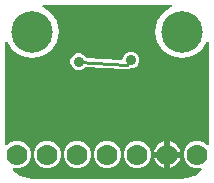
<source format=gbr>
G04 EAGLE Gerber RS-274X export*
G75*
%MOMM*%
%FSLAX34Y34*%
%LPD*%
%INBottom Copper*%
%IPPOS*%
%AMOC8*
5,1,8,0,0,1.08239X$1,22.5*%
G01*
%ADD10C,3.516000*%
%ADD11C,1.778000*%
%ADD12C,0.906400*%
%ADD13C,0.254000*%

G36*
X152422Y2543D02*
X152422Y2543D01*
X152500Y2545D01*
X155877Y2810D01*
X155945Y2824D01*
X156014Y2829D01*
X156170Y2869D01*
X162594Y4956D01*
X162701Y5006D01*
X162812Y5050D01*
X162863Y5083D01*
X162882Y5091D01*
X162897Y5104D01*
X162948Y5136D01*
X168412Y9107D01*
X168499Y9188D01*
X168546Y9227D01*
X168552Y9231D01*
X168553Y9232D01*
X168590Y9263D01*
X168629Y9310D01*
X168644Y9324D01*
X168655Y9341D01*
X168693Y9387D01*
X168738Y9449D01*
X168749Y9470D01*
X168754Y9476D01*
X168764Y9497D01*
X168800Y9562D01*
X168868Y9673D01*
X168877Y9701D01*
X168891Y9727D01*
X168923Y9853D01*
X168962Y9977D01*
X168963Y10007D01*
X168970Y10035D01*
X168971Y10165D01*
X168977Y10294D01*
X168971Y10323D01*
X168971Y10353D01*
X168939Y10479D01*
X168912Y10606D01*
X168899Y10632D01*
X168892Y10662D01*
X168830Y10775D01*
X168773Y10891D01*
X168753Y10914D01*
X168739Y10940D01*
X168651Y11035D01*
X168566Y11133D01*
X168542Y11151D01*
X168521Y11172D01*
X168412Y11242D01*
X168306Y11317D01*
X168278Y11327D01*
X168253Y11343D01*
X168130Y11383D01*
X168009Y11429D01*
X167979Y11433D01*
X167951Y11442D01*
X167822Y11450D01*
X167693Y11464D01*
X167663Y11460D01*
X167633Y11462D01*
X167506Y11438D01*
X167444Y11429D01*
X162826Y11429D01*
X158625Y13169D01*
X155409Y16385D01*
X153669Y20586D01*
X153669Y25134D01*
X155409Y29335D01*
X158625Y32551D01*
X162826Y34291D01*
X167374Y34291D01*
X171575Y32551D01*
X173093Y31033D01*
X173202Y30948D01*
X173309Y30859D01*
X173328Y30850D01*
X173344Y30838D01*
X173472Y30783D01*
X173597Y30724D01*
X173617Y30720D01*
X173636Y30712D01*
X173774Y30690D01*
X173910Y30664D01*
X173930Y30665D01*
X173950Y30662D01*
X174089Y30675D01*
X174227Y30684D01*
X174246Y30690D01*
X174266Y30692D01*
X174398Y30739D01*
X174529Y30782D01*
X174547Y30792D01*
X174566Y30799D01*
X174681Y30877D01*
X174798Y30952D01*
X174812Y30966D01*
X174829Y30978D01*
X174921Y31082D01*
X175016Y31183D01*
X175026Y31201D01*
X175039Y31216D01*
X175103Y31340D01*
X175170Y31462D01*
X175175Y31481D01*
X175184Y31499D01*
X175214Y31635D01*
X175249Y31770D01*
X175251Y31798D01*
X175254Y31810D01*
X175253Y31830D01*
X175259Y31930D01*
X175259Y116996D01*
X175246Y117100D01*
X175242Y117204D01*
X175226Y117257D01*
X175219Y117311D01*
X175181Y117408D01*
X175151Y117509D01*
X175123Y117556D01*
X175102Y117607D01*
X175041Y117692D01*
X174987Y117781D01*
X174948Y117820D01*
X174916Y117865D01*
X174835Y117931D01*
X174761Y118004D01*
X174713Y118032D01*
X174671Y118067D01*
X174576Y118112D01*
X174486Y118164D01*
X174433Y118179D01*
X174383Y118203D01*
X174280Y118222D01*
X174180Y118251D01*
X174125Y118252D01*
X174071Y118263D01*
X173966Y118256D01*
X173862Y118259D01*
X173808Y118246D01*
X173753Y118243D01*
X173654Y118211D01*
X173552Y118187D01*
X173503Y118162D01*
X173451Y118145D01*
X173362Y118089D01*
X173270Y118041D01*
X173228Y118004D01*
X173182Y117975D01*
X173110Y117899D01*
X173032Y117829D01*
X172979Y117759D01*
X172964Y117743D01*
X172957Y117730D01*
X172935Y117701D01*
X168434Y110966D01*
X161078Y106050D01*
X152400Y104324D01*
X143722Y106050D01*
X136366Y110966D01*
X131450Y118322D01*
X129724Y127000D01*
X131450Y135678D01*
X136366Y143034D01*
X143101Y147535D01*
X143180Y147603D01*
X143265Y147664D01*
X143300Y147707D01*
X143341Y147743D01*
X143401Y147829D01*
X143467Y147909D01*
X143491Y147959D01*
X143522Y148005D01*
X143558Y148103D01*
X143603Y148197D01*
X143613Y148251D01*
X143632Y148303D01*
X143643Y148407D01*
X143663Y148510D01*
X143659Y148565D01*
X143665Y148619D01*
X143649Y148723D01*
X143643Y148827D01*
X143626Y148879D01*
X143618Y148934D01*
X143577Y149030D01*
X143545Y149129D01*
X143515Y149176D01*
X143494Y149227D01*
X143431Y149310D01*
X143375Y149398D01*
X143335Y149436D01*
X143301Y149480D01*
X143219Y149545D01*
X143143Y149616D01*
X143095Y149643D01*
X143052Y149677D01*
X142956Y149719D01*
X142865Y149770D01*
X142811Y149783D01*
X142761Y149806D01*
X142658Y149823D01*
X142557Y149849D01*
X142469Y149855D01*
X142447Y149858D01*
X142432Y149857D01*
X142396Y149859D01*
X35404Y149859D01*
X35300Y149846D01*
X35196Y149842D01*
X35143Y149826D01*
X35089Y149819D01*
X34992Y149781D01*
X34891Y149751D01*
X34844Y149723D01*
X34793Y149702D01*
X34708Y149641D01*
X34619Y149587D01*
X34580Y149548D01*
X34536Y149516D01*
X34469Y149435D01*
X34396Y149361D01*
X34368Y149313D01*
X34333Y149271D01*
X34288Y149176D01*
X34236Y149086D01*
X34221Y149033D01*
X34197Y148983D01*
X34178Y148880D01*
X34149Y148780D01*
X34148Y148725D01*
X34137Y148671D01*
X34144Y148566D01*
X34141Y148462D01*
X34154Y148408D01*
X34157Y148353D01*
X34189Y148254D01*
X34213Y148152D01*
X34238Y148103D01*
X34255Y148051D01*
X34311Y147962D01*
X34359Y147870D01*
X34396Y147828D01*
X34425Y147782D01*
X34501Y147710D01*
X34571Y147632D01*
X34641Y147579D01*
X34657Y147564D01*
X34670Y147557D01*
X34699Y147535D01*
X41434Y143034D01*
X46350Y135678D01*
X48076Y127000D01*
X46350Y118322D01*
X41434Y110966D01*
X34078Y106050D01*
X25400Y104324D01*
X16722Y106050D01*
X9366Y110966D01*
X4865Y117701D01*
X4797Y117780D01*
X4736Y117865D01*
X4693Y117900D01*
X4657Y117941D01*
X4571Y118001D01*
X4491Y118067D01*
X4441Y118091D01*
X4395Y118122D01*
X4297Y118158D01*
X4203Y118203D01*
X4149Y118213D01*
X4097Y118232D01*
X3993Y118243D01*
X3890Y118263D01*
X3835Y118259D01*
X3781Y118265D01*
X3677Y118249D01*
X3573Y118243D01*
X3521Y118226D01*
X3466Y118218D01*
X3370Y118177D01*
X3271Y118145D01*
X3224Y118115D01*
X3173Y118094D01*
X3090Y118031D01*
X3002Y117975D01*
X2964Y117935D01*
X2920Y117901D01*
X2855Y117819D01*
X2784Y117743D01*
X2757Y117695D01*
X2723Y117652D01*
X2681Y117556D01*
X2630Y117465D01*
X2617Y117411D01*
X2594Y117361D01*
X2577Y117258D01*
X2551Y117157D01*
X2545Y117069D01*
X2542Y117047D01*
X2543Y117032D01*
X2541Y116996D01*
X2541Y31930D01*
X2558Y31793D01*
X2571Y31654D01*
X2578Y31635D01*
X2581Y31615D01*
X2632Y31486D01*
X2679Y31355D01*
X2690Y31338D01*
X2698Y31319D01*
X2779Y31207D01*
X2857Y31092D01*
X2873Y31078D01*
X2884Y31062D01*
X2992Y30973D01*
X3096Y30881D01*
X3114Y30872D01*
X3129Y30859D01*
X3255Y30800D01*
X3379Y30737D01*
X3399Y30732D01*
X3417Y30724D01*
X3554Y30697D01*
X3689Y30667D01*
X3710Y30668D01*
X3729Y30664D01*
X3868Y30672D01*
X4007Y30677D01*
X4027Y30682D01*
X4047Y30684D01*
X4179Y30726D01*
X4313Y30765D01*
X4330Y30775D01*
X4349Y30782D01*
X4467Y30856D01*
X4587Y30927D01*
X4608Y30945D01*
X4618Y30952D01*
X4632Y30967D01*
X4707Y31033D01*
X6225Y32551D01*
X10426Y34291D01*
X14974Y34291D01*
X19175Y32551D01*
X22391Y29335D01*
X24131Y25134D01*
X24131Y20586D01*
X22391Y16385D01*
X19175Y13169D01*
X14974Y11429D01*
X10366Y11429D01*
X10327Y11442D01*
X10297Y11444D01*
X10268Y11452D01*
X10139Y11454D01*
X10009Y11462D01*
X9980Y11456D01*
X9950Y11457D01*
X9824Y11427D01*
X9697Y11403D01*
X9670Y11390D01*
X9641Y11383D01*
X9526Y11322D01*
X9409Y11267D01*
X9386Y11248D01*
X9360Y11234D01*
X9264Y11147D01*
X9164Y11065D01*
X9146Y11041D01*
X9124Y11020D01*
X9053Y10912D01*
X8977Y10808D01*
X8966Y10780D01*
X8949Y10755D01*
X8907Y10633D01*
X8860Y10512D01*
X8856Y10482D01*
X8846Y10454D01*
X8836Y10325D01*
X8819Y10196D01*
X8823Y10167D01*
X8821Y10137D01*
X8843Y10010D01*
X8859Y9881D01*
X8870Y9853D01*
X8875Y9824D01*
X8928Y9706D01*
X8976Y9585D01*
X8999Y9549D01*
X9006Y9533D01*
X9019Y9516D01*
X9062Y9449D01*
X9107Y9387D01*
X9127Y9366D01*
X9138Y9348D01*
X9184Y9305D01*
X9188Y9301D01*
X9264Y9209D01*
X9311Y9170D01*
X9325Y9156D01*
X9342Y9145D01*
X9388Y9107D01*
X14596Y5322D01*
X14852Y5136D01*
X14956Y5079D01*
X15056Y5015D01*
X15113Y4993D01*
X15131Y4983D01*
X15151Y4978D01*
X15206Y4956D01*
X21630Y2869D01*
X21698Y2856D01*
X21764Y2833D01*
X21923Y2810D01*
X25300Y2545D01*
X25322Y2546D01*
X25400Y2541D01*
X152400Y2541D01*
X152422Y2543D01*
G37*
%LPC*%
G36*
X63363Y94527D02*
X63363Y94527D01*
X60764Y95604D01*
X58774Y97594D01*
X57697Y100193D01*
X57697Y103007D01*
X58774Y105606D01*
X60764Y107596D01*
X63363Y108673D01*
X66177Y108673D01*
X68776Y107596D01*
X70818Y105554D01*
X70848Y105500D01*
X70855Y105493D01*
X70860Y105484D01*
X70963Y105377D01*
X71065Y105268D01*
X71074Y105263D01*
X71081Y105255D01*
X71208Y105178D01*
X71334Y105098D01*
X71343Y105095D01*
X71352Y105089D01*
X71495Y105045D01*
X71636Y104999D01*
X71650Y104998D01*
X71656Y104996D01*
X71671Y104995D01*
X71796Y104979D01*
X100799Y103166D01*
X100961Y103177D01*
X101115Y103186D01*
X101116Y103186D01*
X101271Y103237D01*
X101417Y103284D01*
X101418Y103285D01*
X101419Y103285D01*
X101557Y103373D01*
X101686Y103454D01*
X101687Y103455D01*
X101790Y103565D01*
X101904Y103686D01*
X101904Y103687D01*
X101905Y103687D01*
X101979Y103822D01*
X102058Y103965D01*
X102058Y103966D01*
X102098Y104121D01*
X102123Y104219D01*
X103224Y106876D01*
X105214Y108866D01*
X107813Y109943D01*
X110627Y109943D01*
X113226Y108866D01*
X115216Y106876D01*
X116293Y104277D01*
X116293Y101463D01*
X115216Y98864D01*
X113226Y96874D01*
X110627Y95797D01*
X108062Y95797D01*
X107964Y95785D01*
X107865Y95782D01*
X107807Y95765D01*
X107747Y95757D01*
X107655Y95721D01*
X107559Y95693D01*
X107507Y95663D01*
X107451Y95640D01*
X107371Y95582D01*
X107286Y95532D01*
X107210Y95466D01*
X107194Y95454D01*
X107186Y95444D01*
X107165Y95426D01*
X106917Y95178D01*
X106902Y95175D01*
X106856Y95151D01*
X105330Y95247D01*
X105310Y95246D01*
X105251Y95249D01*
X103731Y95249D01*
X103717Y95258D01*
X103622Y95289D01*
X103531Y95328D01*
X103472Y95338D01*
X103415Y95356D01*
X103255Y95377D01*
X71162Y97382D01*
X71024Y97374D01*
X70886Y97369D01*
X70865Y97364D01*
X70845Y97362D01*
X70713Y97320D01*
X70580Y97281D01*
X70562Y97270D01*
X70542Y97264D01*
X70425Y97190D01*
X70306Y97119D01*
X70284Y97100D01*
X70274Y97093D01*
X70259Y97078D01*
X70185Y97013D01*
X68776Y95604D01*
X66177Y94527D01*
X63363Y94527D01*
G37*
%LPD*%
%LPC*%
G36*
X112026Y11429D02*
X112026Y11429D01*
X107825Y13169D01*
X104609Y16385D01*
X102869Y20586D01*
X102869Y25134D01*
X104609Y29335D01*
X107825Y32551D01*
X112026Y34291D01*
X116574Y34291D01*
X120775Y32551D01*
X123991Y29335D01*
X125731Y25134D01*
X125731Y20586D01*
X123991Y16385D01*
X120775Y13169D01*
X116574Y11429D01*
X112026Y11429D01*
G37*
%LPD*%
%LPC*%
G36*
X86626Y11429D02*
X86626Y11429D01*
X82425Y13169D01*
X79209Y16385D01*
X77469Y20586D01*
X77469Y25134D01*
X79209Y29335D01*
X82425Y32551D01*
X86626Y34291D01*
X91174Y34291D01*
X95375Y32551D01*
X98591Y29335D01*
X100331Y25134D01*
X100331Y20586D01*
X98591Y16385D01*
X95375Y13169D01*
X91174Y11429D01*
X86626Y11429D01*
G37*
%LPD*%
%LPC*%
G36*
X61226Y11429D02*
X61226Y11429D01*
X57025Y13169D01*
X53809Y16385D01*
X52069Y20586D01*
X52069Y25134D01*
X53809Y29335D01*
X57025Y32551D01*
X61226Y34291D01*
X65774Y34291D01*
X69975Y32551D01*
X73191Y29335D01*
X74931Y25134D01*
X74931Y20586D01*
X73191Y16385D01*
X69975Y13169D01*
X65774Y11429D01*
X61226Y11429D01*
G37*
%LPD*%
%LPC*%
G36*
X35826Y11429D02*
X35826Y11429D01*
X31625Y13169D01*
X28409Y16385D01*
X26669Y20586D01*
X26669Y25134D01*
X28409Y29335D01*
X31625Y32551D01*
X35826Y34291D01*
X40374Y34291D01*
X44575Y32551D01*
X47791Y29335D01*
X49531Y25134D01*
X49531Y20586D01*
X47791Y16385D01*
X44575Y13169D01*
X40374Y11429D01*
X35826Y11429D01*
G37*
%LPD*%
%LPC*%
G36*
X142199Y25359D02*
X142199Y25359D01*
X142199Y34037D01*
X142377Y34009D01*
X144088Y33453D01*
X145691Y32637D01*
X147147Y31579D01*
X148419Y30307D01*
X149477Y28851D01*
X150293Y27248D01*
X150849Y25537D01*
X150877Y25359D01*
X142199Y25359D01*
G37*
%LPD*%
%LPC*%
G36*
X128523Y25359D02*
X128523Y25359D01*
X128551Y25537D01*
X129107Y27248D01*
X129923Y28851D01*
X130981Y30307D01*
X132253Y31579D01*
X133709Y32637D01*
X135312Y33453D01*
X137023Y34009D01*
X137201Y34037D01*
X137201Y25359D01*
X128523Y25359D01*
G37*
%LPD*%
%LPC*%
G36*
X142199Y20361D02*
X142199Y20361D01*
X150877Y20361D01*
X150849Y20183D01*
X150293Y18472D01*
X149477Y16869D01*
X148419Y15413D01*
X147147Y14141D01*
X145691Y13083D01*
X144088Y12267D01*
X142377Y11711D01*
X142199Y11683D01*
X142199Y20361D01*
G37*
%LPD*%
%LPC*%
G36*
X137023Y11711D02*
X137023Y11711D01*
X135312Y12267D01*
X133709Y13083D01*
X132253Y14141D01*
X130981Y15413D01*
X129923Y16869D01*
X129107Y18472D01*
X128551Y20183D01*
X128523Y20361D01*
X137201Y20361D01*
X137201Y11683D01*
X137023Y11711D01*
G37*
%LPD*%
D10*
X25400Y127000D03*
X152400Y127000D03*
D11*
X165100Y22860D03*
X139700Y22860D03*
X114300Y22860D03*
X88900Y22860D03*
X63500Y22860D03*
X38100Y22860D03*
X12700Y22860D03*
D12*
X64770Y101600D03*
D13*
X105410Y99060D01*
X109220Y102870D01*
D12*
X109220Y102870D03*
X16510Y55880D03*
D13*
X16510Y50800D01*
D12*
X77470Y50800D03*
D13*
X72390Y50800D01*
M02*

</source>
